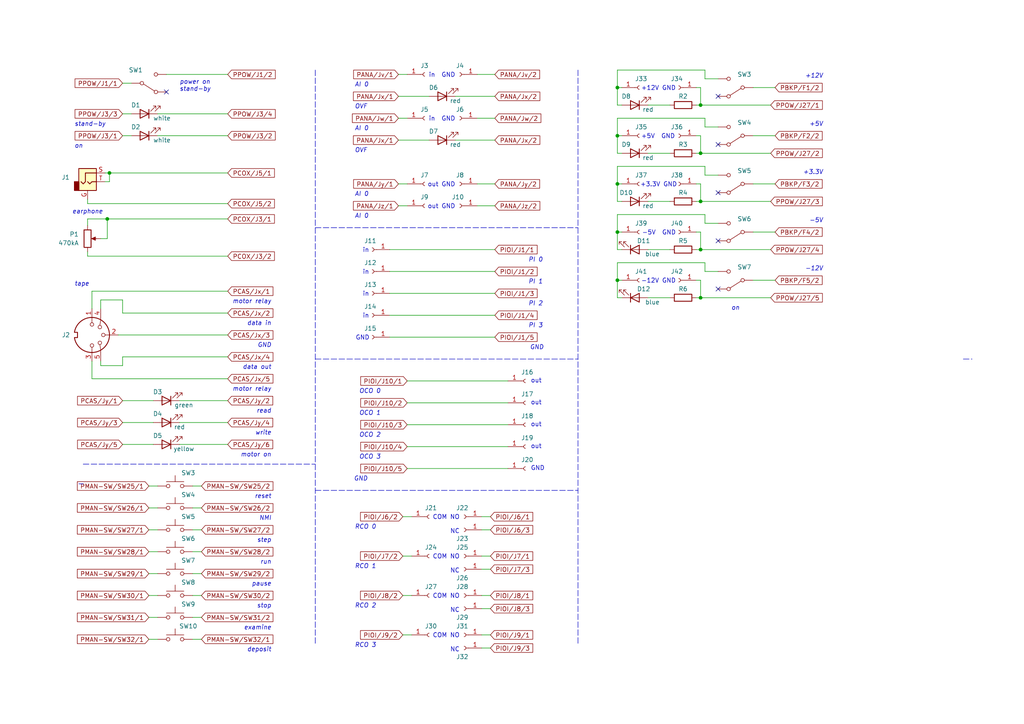
<source format=kicad_sch>
(kicad_sch (version 20211123) (generator eeschema)
  (paper "A4")
  (title_block (title "Front panel") (date "2025-11-15") (rev "1.0") (company "Pozsar Zsolt") (comment 1 "Zacchaeus Microcomputer"))
  (lib_symbols
    (symbol "Connector:AudioJack2_Ground"
      (property "Reference" "J" (at 0 8.89 0))
      (property "Value" "AudioJack2_Ground" (at 0 6.35 0))
      (symbol "AudioJack2_Ground_0_1"
        (rectangle (start -2.54 -2.54) (end -3.81 0) (stroke (width 0.254)) (fill (type outline)))
        (polyline (pts (xy 0 0) (xy 0.635 -0.635) (xy 1.27 0) (xy 2.54 0)) (stroke (width 0.254)))
        (polyline (pts (xy 2.54 2.54) (xy -0.635 2.54) (xy -0.635 0) (xy -1.27 -0.635) (xy -1.905 0)) (stroke (width 0.254)))
        (rectangle (start 2.54 3.81) (end -2.54 -2.54) (stroke (width 0.254)) (fill (type background)))
      )
      (symbol "AudioJack2_Ground_1_1"
        (pin passive line (at 0 -5.08 90) (length 2.54) (name "~") (number "G"))
        (pin passive line (at 5.08 2.54 180) (length 2.54) (name "~") (number "S"))
        (pin passive line (at 5.08 0 180) (length 2.54) (name "~") (number "T"))
      )
    )
    (symbol "Connector:Conn_01x01_Female" (pin_names (offset 1.016) hide)
      (property "Reference" "J" (at 0 2.54 0))
      (property "Value" "Conn_01x01_Female" (at 0 -2.54 0))
      (symbol "Conn_01x01_Female_1_1"
        (polyline (pts (xy -1.27 0) (xy -0.508 0)) (stroke (width 0.1524)))
        (arc (start 0 0.508) (mid -0.508 0) (end 0 -0.508) (stroke (width 0.1524)))
        (pin passive line (at -5.08 0 0) (length 3.81) (name "Pin_1") (number "1"))
      )
    )
    (symbol "Connector:DIN-5_180degree" (pin_names (offset 1.016))
      (property "Reference" "J" (at 3.175 5.715 0))
      (property "Value" "DIN-5_180degree" (at 0 -6.35 0))
      (symbol "DIN-5_180degree_0_1"
        (arc (start -5.08 0) (mid -3.8609 -3.3364) (end -0.762 -5.08) (stroke (width 0.254)))
        (circle (center -3.048 0) (radius 0.508))
        (circle (center -2.286 2.286) (radius 0.508))
        (polyline (pts (xy -5.08 0) (xy -3.556 0)))
        (polyline (pts (xy 0 5.08) (xy 0 3.81)))
        (polyline (pts (xy 5.08 0) (xy 3.556 0)))
        (polyline (pts (xy -5.08 2.54) (xy -4.318 2.54) (xy -2.794 2.286)))
        (polyline (pts (xy 5.08 2.54) (xy 4.318 2.54) (xy 2.794 2.286)))
        (polyline (pts (xy -0.762 -4.953) (xy -0.762 -4.191) (xy 0.762 -4.191) (xy 0.762 -4.953)) (stroke (width 0.254)))
        (circle (center 0 3.302) (radius 0.508))
        (arc (start 0.762 -5.08) (mid 3.8685 -3.343) (end 5.08 0) (stroke (width 0.254)))
        (circle (center 2.286 2.286) (radius 0.508))
        (circle (center 3.048 0) (radius 0.508))
        (arc (start 5.08 0) (mid 0 5.08) (end -5.08 0) (stroke (width 0.254)))
      )
      (symbol "DIN-5_180degree_1_1"
        (pin passive line (at -7.62 0 0) (length 2.54) (name "~") (number "1"))
        (pin passive line (at 0 7.62 270) (length 2.54) (name "~") (number "2"))
        (pin passive line (at 7.62 0 180) (length 2.54) (name "~") (number "3"))
        (pin passive line (at -7.62 2.54 0) (length 2.54) (name "~") (number "4"))
        (pin passive line (at 7.62 2.54 180) (length 2.54) (name "~") (number "5"))
      )
    )
    (symbol "Device:LED" (pin_numbers hide) (pin_names (offset 1.016) hide)
      (property "Reference" "D" (at 0 2.54 0))
      (property "Value" "LED" (at 0 -2.54 0))
      (symbol "LED_0_1"
        (polyline (pts (xy -1.27 -1.27) (xy -1.27 1.27)) (stroke (width 0.254)))
        (polyline (pts (xy -1.27 0) (xy 1.27 0)))
        (polyline (pts (xy 1.27 -1.27) (xy 1.27 1.27) (xy -1.27 0) (xy 1.27 -1.27)) (stroke (width 0.254)))
        (polyline (pts (xy -3.048 -0.762) (xy -4.572 -2.286) (xy -3.81 -2.286) (xy -4.572 -2.286) (xy -4.572 -1.524)))
        (polyline (pts (xy -1.778 -0.762) (xy -3.302 -2.286) (xy -2.54 -2.286) (xy -3.302 -2.286) (xy -3.302 -1.524)))
      )
      (symbol "LED_1_1"
        (pin passive line (at -3.81 0 0) (length 2.54) (name "K") (number "1"))
        (pin passive line (at 3.81 0 180) (length 2.54) (name "A") (number "2"))
      )
    )
    (symbol "Device:R" (pin_numbers hide) (pin_names (offset 0))
      (property "Reference" "R" (at 2.032 0 90))
      (property "Value" "R" (at 0 0 90))
      (symbol "R_0_1"
        (rectangle (start -1.016 -2.54) (end 1.016 2.54) (stroke (width 0.254)))
      )
      (symbol "R_1_1"
        (pin passive line (at 0 3.81 270) (length 1.27) (name "~") (number "1"))
        (pin passive line (at 0 -3.81 90) (length 1.27) (name "~") (number "2"))
      )
    )
    (symbol "Device:R_Potentiometer" (pin_numbers hide) (pin_names (offset 1.016) hide)
      (property "Reference" "RV" (at -4.445 0 90))
      (property "Value" "R_Potentiometer" (at -2.54 0 90))
      (symbol "R_Potentiometer_0_1"
        (polyline (pts (xy 2.54 0) (xy 1.524 0)))
        (polyline (pts (xy 1.143 0) (xy 2.286 0.508) (xy 2.286 -0.508) (xy 1.143 0)) (fill (type outline)))
        (rectangle (start 1.016 2.54) (end -1.016 -2.54) (stroke (width 0.254)))
      )
      (symbol "R_Potentiometer_1_1"
        (pin passive line (at 0 3.81 270) (length 1.27) (name "1") (number "1"))
        (pin passive line (at 3.81 0 180) (length 1.27) (name "2") (number "2"))
        (pin passive line (at 0 -3.81 90) (length 1.27) (name "3") (number "3"))
      )
    )
    (symbol "SW_SPDT_1" (pin_numbers hide) (pin_names (offset 0) hide)
      (property "Reference" "SW" (at 0 4.318 0))
      (property "Value" "SW_SPDT_1" (at 0 -5.08 0))
      (symbol "SW_SPDT_1_0_0"
        (circle (center -2.032 0) (radius 0.508))
        (circle (center 2.032 -2.54) (radius 0.508))
      )
      (symbol "SW_SPDT_1_0_1"
        (polyline (pts (xy -1.524 0.254) (xy 1.651 2.286)))
        (circle (center 2.032 2.54) (radius 0.508))
      )
      (symbol "SW_SPDT_1_1_1"
        (pin passive line (at 5.08 2.54 180) (length 2.54) (name "A") (number "1"))
        (pin passive line (at -5.08 0 0) (length 2.54) (name "B") (number "2"))
        (pin passive line (at 5.08 -2.54 180) (length 2.54) (name "C") (number "3"))
      )
    )
    (symbol "Switch:SW_Push" (pin_numbers hide) (pin_names (offset 1.016) hide)
      (property "Reference" "SW" (at 1.27 2.54 0))
      (property "Value" "SW_Push" (at 0 -1.524 0))
      (symbol "SW_Push_0_1"
        (circle (center -2.032 0) (radius 0.508))
        (polyline (pts (xy 0 1.27) (xy 0 3.048)))
        (polyline (pts (xy 2.54 1.27) (xy -2.54 1.27)))
        (circle (center 2.032 0) (radius 0.508))
        (pin passive line (at -5.08 0 0) (length 2.54) (name "1") (number "1"))
        (pin passive line (at 5.08 0 180) (length 2.54) (name "2") (number "2"))
      )
    )
    (symbol "Switch:SW_SPDT" (pin_numbers hide) (pin_names (offset 0) hide)
      (property "Reference" "SW" (at 0 4.318 0))
      (property "Value" "SW_SPDT" (at 0 -5.08 0))
      (symbol "SW_SPDT_0_0"
        (circle (center -2.032 0) (radius 0.508))
        (circle (center 2.032 -2.54) (radius 0.508))
      )
      (symbol "SW_SPDT_0_1"
        (polyline (pts (xy -1.524 0.254) (xy 1.651 2.286)))
        (circle (center 2.032 2.54) (radius 0.508))
      )
      (symbol "SW_SPDT_1_1"
        (pin passive line (at 5.08 2.54 180) (length 2.54) (name "A") (number "1"))
        (pin passive line (at -5.08 0 0) (length 2.54) (name "B") (number "2"))
        (pin passive line (at 5.08 -2.54 180) (length 2.54) (name "C") (number "3"))
      )
    )
  )
  (junction (at 203.2 58.42))
  (junction (at 179.07 81.28))
  (junction (at 179.07 67.31))
  (junction (at 203.2 72.39))
  (junction (at 179.07 53.34))
  (junction (at 203.2 30.48))
  (junction (at 179.07 39.37))
  (junction (at 31.115 63.5))
  (junction (at 31.75 50.165))
  (junction (at 203.2 86.36))
  (junction (at 203.2 44.45))
  (junction (at 179.07 25.4))
  (no_connect (at 48.26 26.67))
  (no_connect (at 208.28 83.82))
  (no_connect (at 208.28 55.88))
  (no_connect (at 208.28 27.94))
  (no_connect (at 208.28 41.91))
  (no_connect (at 208.28 69.85))
  (wire (pts (xy 203.2 25.4) (xy 203.2 30.48)))
  (polyline (pts (xy 91.44 20.32) (xy 91.44 186.69)))
  (wire (pts (xy 35.56 90.805) (xy 66.04 90.805)))
  (wire (pts (xy 179.07 20.32) (xy 179.07 25.4)))
  (wire (pts (xy 179.07 53.34) (xy 179.07 58.42)))
  (wire (pts (xy 204.47 48.26) (xy 204.47 50.8)))
  (wire (pts (xy 180.34 25.4) (xy 179.07 25.4)))
  (wire (pts (xy 113.03 91.44) (xy 143.51 91.44)))
  (wire (pts (xy 179.07 81.28) (xy 179.07 86.36)))
  (wire (pts (xy 179.07 48.26) (xy 179.07 53.34)))
  (wire (pts (xy 147.32 116.84) (xy 118.11 116.84)))
  (wire (pts (xy 55.88 185.42) (xy 58.42 185.42)))
  (wire (pts (xy 31.115 63.5) (xy 31.115 69.215)))
  (wire (pts (xy 29.21 89.535) (xy 29.21 86.995)))
  (wire (pts (xy 204.47 36.83) (xy 208.28 36.83)))
  (wire (pts (xy 204.47 76.2) (xy 204.47 78.74)))
  (polyline (pts (xy 24.13 134.62) (xy 91.44 134.62)))
  (wire (pts (xy 35.56 33.02) (xy 38.1 33.02)))
  (wire (pts (xy 204.47 78.74) (xy 208.28 78.74)))
  (wire (pts (xy 25.4 57.785) (xy 25.4 59.055)))
  (wire (pts (xy 143.51 21.59) (xy 138.43 21.59)))
  (wire (pts (xy 48.26 21.59) (xy 66.04 21.59)))
  (wire (pts (xy 201.93 39.37) (xy 203.2 39.37)))
  (wire (pts (xy 55.88 160.02) (xy 58.42 160.02)))
  (wire (pts (xy 204.47 64.77) (xy 208.28 64.77)))
  (wire (pts (xy 179.07 34.29) (xy 179.07 39.37)))
  (wire (pts (xy 187.96 30.48) (xy 194.31 30.48)))
  (wire (pts (xy 35.56 103.505) (xy 35.56 106.045)))
  (wire (pts (xy 113.03 72.39) (xy 143.51 72.39)))
  (wire (pts (xy 179.07 76.2) (xy 179.07 81.28)))
  (wire (pts (xy 132.08 40.64) (xy 143.51 40.64)))
  (wire (pts (xy 218.44 39.37) (xy 224.79 39.37)))
  (wire (pts (xy 142.24 153.67) (xy 139.7 153.67)))
  (wire (pts (xy 55.88 140.97) (xy 58.42 140.97)))
  (wire (pts (xy 26.67 84.455) (xy 66.04 84.455)))
  (wire (pts (xy 55.88 153.67) (xy 58.42 153.67)))
  (wire (pts (xy 203.2 44.45) (xy 201.93 44.45)))
  (wire (pts (xy 201.93 25.4) (xy 203.2 25.4)))
  (wire (pts (xy 43.18 185.42) (xy 45.72 185.42)))
  (wire (pts (xy 179.07 48.26) (xy 204.47 48.26)))
  (wire (pts (xy 179.07 25.4) (xy 179.07 30.48)))
  (wire (pts (xy 147.32 110.49) (xy 118.11 110.49)))
  (wire (pts (xy 204.47 34.29) (xy 204.47 36.83)))
  (wire (pts (xy 55.88 179.07) (xy 58.42 179.07)))
  (wire (pts (xy 201.93 53.34) (xy 203.2 53.34)))
  (wire (pts (xy 180.34 39.37) (xy 179.07 39.37)))
  (wire (pts (xy 179.07 20.32) (xy 204.47 20.32)))
  (wire (pts (xy 179.07 86.36) (xy 180.34 86.36)))
  (wire (pts (xy 119.38 184.15) (xy 116.84 184.15)))
  (wire (pts (xy 142.24 165.1) (xy 139.7 165.1)))
  (wire (pts (xy 180.34 53.34) (xy 179.07 53.34)))
  (wire (pts (xy 34.29 97.155) (xy 66.04 97.155)))
  (wire (pts (xy 147.32 123.19) (xy 118.11 123.19)))
  (wire (pts (xy 35.56 103.505) (xy 66.04 103.505)))
  (wire (pts (xy 26.67 84.455) (xy 26.67 89.535)))
  (polyline (pts (xy 91.44 66.04) (xy 167.64 66.04)))
  (wire (pts (xy 29.21 69.215) (xy 31.115 69.215)))
  (wire (pts (xy 203.2 72.39) (xy 201.93 72.39)))
  (wire (pts (xy 43.18 172.72) (xy 45.72 172.72)))
  (wire (pts (xy 179.07 62.23) (xy 179.07 67.31)))
  (polyline (pts (xy 22.86 140.335) (xy 24.13 140.335)))
  (wire (pts (xy 118.11 53.34) (xy 115.57 53.34)))
  (wire (pts (xy 179.07 39.37) (xy 179.07 44.45)))
  (wire (pts (xy 115.57 40.64) (xy 124.46 40.64)))
  (wire (pts (xy 179.07 30.48) (xy 180.34 30.48)))
  (wire (pts (xy 113.03 85.09) (xy 143.51 85.09)))
  (wire (pts (xy 143.51 34.29) (xy 138.43 34.29)))
  (wire (pts (xy 203.2 53.34) (xy 203.2 58.42)))
  (wire (pts (xy 203.2 39.37) (xy 203.2 44.45)))
  (wire (pts (xy 203.2 86.36) (xy 223.52 86.36)))
  (wire (pts (xy 35.56 122.555) (xy 44.45 122.555)))
  (wire (pts (xy 31.75 50.165) (xy 66.04 50.165)))
  (wire (pts (xy 142.24 184.15) (xy 139.7 184.15)))
  (wire (pts (xy 180.34 81.28) (xy 179.07 81.28)))
  (wire (pts (xy 187.96 72.39) (xy 194.31 72.39)))
  (wire (pts (xy 187.96 44.45) (xy 194.31 44.45)))
  (wire (pts (xy 45.72 39.37) (xy 66.04 39.37)))
  (wire (pts (xy 55.88 166.37) (xy 58.42 166.37)))
  (wire (pts (xy 118.11 59.69) (xy 115.57 59.69)))
  (wire (pts (xy 142.24 176.53) (xy 139.7 176.53)))
  (wire (pts (xy 142.24 161.29) (xy 139.7 161.29)))
  (wire (pts (xy 179.07 67.31) (xy 179.07 72.39)))
  (wire (pts (xy 45.72 33.02) (xy 66.04 33.02)))
  (wire (pts (xy 179.07 44.45) (xy 180.34 44.45)))
  (wire (pts (xy 142.24 187.96) (xy 139.7 187.96)))
  (wire (pts (xy 143.51 53.34) (xy 138.43 53.34)))
  (wire (pts (xy 113.03 78.74) (xy 143.51 78.74)))
  (wire (pts (xy 25.4 65.405) (xy 25.4 63.5)))
  (wire (pts (xy 179.07 58.42) (xy 180.34 58.42)))
  (wire (pts (xy 29.21 104.775) (xy 29.21 106.045)))
  (wire (pts (xy 147.32 135.89) (xy 118.11 135.89)))
  (wire (pts (xy 43.18 147.32) (xy 45.72 147.32)))
  (wire (pts (xy 179.07 72.39) (xy 180.34 72.39)))
  (wire (pts (xy 203.2 30.48) (xy 223.52 30.48)))
  (wire (pts (xy 203.2 58.42) (xy 201.93 58.42)))
  (polyline (pts (xy 91.44 142.24) (xy 167.64 142.24)))
  (wire (pts (xy 35.56 86.995) (xy 35.56 90.805)))
  (wire (pts (xy 35.56 39.37) (xy 38.1 39.37)))
  (wire (pts (xy 218.44 25.4) (xy 224.79 25.4)))
  (wire (pts (xy 31.75 52.705) (xy 31.75 50.165)))
  (wire (pts (xy 30.48 52.705) (xy 31.75 52.705)))
  (wire (pts (xy 25.4 59.055) (xy 66.04 59.055)))
  (wire (pts (xy 203.2 72.39) (xy 223.52 72.39)))
  (wire (pts (xy 35.56 128.905) (xy 44.45 128.905)))
  (polyline (pts (xy 279.4 104.14) (xy 281.94 104.14)))
  (wire (pts (xy 143.51 59.69) (xy 138.43 59.69)))
  (wire (pts (xy 26.67 104.775) (xy 26.67 109.855)))
  (wire (pts (xy 179.07 76.2) (xy 204.47 76.2)))
  (polyline (pts (xy 167.64 20.32) (xy 167.64 186.69)))
  (wire (pts (xy 113.03 97.79) (xy 143.51 97.79)))
  (wire (pts (xy 52.07 128.905) (xy 66.04 128.905)))
  (wire (pts (xy 29.21 86.995) (xy 35.56 86.995)))
  (wire (pts (xy 43.18 153.67) (xy 45.72 153.67)))
  (wire (pts (xy 203.2 67.31) (xy 203.2 72.39)))
  (wire (pts (xy 26.67 109.855) (xy 66.04 109.855)))
  (wire (pts (xy 224.79 81.28) (xy 218.44 81.28)))
  (wire (pts (xy 204.47 62.23) (xy 204.47 64.77)))
  (wire (pts (xy 43.18 166.37) (xy 45.72 166.37)))
  (wire (pts (xy 43.18 160.02) (xy 45.72 160.02)))
  (wire (pts (xy 52.07 122.555) (xy 66.04 122.555)))
  (wire (pts (xy 118.11 21.59) (xy 115.57 21.59)))
  (wire (pts (xy 142.24 149.86) (xy 139.7 149.86)))
  (wire (pts (xy 179.07 34.29) (xy 204.47 34.29)))
  (wire (pts (xy 179.07 62.23) (xy 204.47 62.23)))
  (wire (pts (xy 142.24 172.72) (xy 139.7 172.72)))
  (wire (pts (xy 204.47 20.32) (xy 204.47 22.86)))
  (wire (pts (xy 29.21 106.045) (xy 35.56 106.045)))
  (wire (pts (xy 187.96 58.42) (xy 194.31 58.42)))
  (wire (pts (xy 203.2 81.28) (xy 203.2 86.36)))
  (wire (pts (xy 204.47 22.86) (xy 208.28 22.86)))
  (wire (pts (xy 223.52 44.45) (xy 203.2 44.45)))
  (wire (pts (xy 201.93 67.31) (xy 203.2 67.31)))
  (wire (pts (xy 187.96 86.36) (xy 194.31 86.36)))
  (wire (pts (xy 35.56 24.13) (xy 38.1 24.13)))
  (wire (pts (xy 66.04 74.295) (xy 25.4 74.295)))
  (wire (pts (xy 43.18 140.97) (xy 45.72 140.97)))
  (wire (pts (xy 119.38 161.29) (xy 116.84 161.29)))
  (wire (pts (xy 119.38 172.72) (xy 116.84 172.72)))
  (wire (pts (xy 31.115 63.5) (xy 66.04 63.5)))
  (wire (pts (xy 203.2 30.48) (xy 201.93 30.48)))
  (wire (pts (xy 132.08 27.94) (xy 143.51 27.94)))
  (wire (pts (xy 218.44 67.31) (xy 224.79 67.31)))
  (wire (pts (xy 25.4 74.295) (xy 25.4 73.025)))
  (wire (pts (xy 119.38 149.86) (xy 116.84 149.86)))
  (polyline (pts (xy 91.44 104.14) (xy 167.64 104.14)))
  (wire (pts (xy 31.75 50.165) (xy 30.48 50.165)))
  (wire (pts (xy 115.57 27.94) (xy 124.46 27.94)))
  (wire (pts (xy 55.88 147.32) (xy 58.42 147.32)))
  (wire (pts (xy 203.2 86.36) (xy 201.93 86.36)))
  (wire (pts (xy 204.47 50.8) (xy 208.28 50.8)))
  (wire (pts (xy 180.34 67.31) (xy 179.07 67.31)))
  (wire (pts (xy 25.4 63.5) (xy 31.115 63.5)))
  (wire (pts (xy 43.18 179.07) (xy 45.72 179.07)))
  (wire (pts (xy 203.2 58.42) (xy 223.52 58.42)))
  (wire (pts (xy 218.44 53.34) (xy 224.79 53.34)))
  (wire (pts (xy 147.32 129.54) (xy 118.11 129.54)))
  (wire (pts (xy 201.93 81.28) (xy 203.2 81.28)))
  (wire (pts (xy 55.88 172.72) (xy 58.42 172.72)))
  (wire (pts (xy 35.56 116.205) (xy 44.45 116.205)))
  (wire (pts (xy 118.11 34.29) (xy 115.57 34.29)))
  (wire (pts (xy 52.07 116.205) (xy 66.04 116.205)))
  (text "OVF" (at 102.87 44.45 0) (effects (font (size 1.27 1.27) italic) (justify left bottom)))
  (text "-5V" (at 238.76 64.77 180) (effects (font (size 1.27 1.27) italic) (justify right bottom)))
  (text "power on\nstand-by" (at 52.07 26.67 0) (effects (font (size 1.27 1.27) italic) (justify left bottom)))
  (text "COM NO\n\n    NC" (at 133.35 177.8 180) (effects (font (size 1.27 1.27)) (justify right bottom)))
  (text "-12V" (at 238.76 78.74 180) (effects (font (size 1.27 1.27) italic) (justify right bottom)))
  (text "out GND" (at 132.08 60.706 180) (effects (font (size 1.27 1.27)) (justify right bottom)))
  (text "RCO 3" (at 102.87 187.96 0) (effects (font (size 1.27 1.27) italic) (justify left bottom)))
  (text "GND" (at 78.74 100.965 180) (effects (font (size 1.27 1.27) italic) (justify right bottom)))
  (text "in" (at 105.156 79.756 0) (effects (font (size 1.27 1.27)) (justify left bottom)))
  (text "PI 0" (at 157.48 76.2 180) (effects (font (size 1.27 1.27) italic) (justify right bottom)))
  (text "examine" (at 78.74 182.88 180) (effects (font (size 1.27 1.27) italic) (justify right bottom)))
  (text "PI 1" (at 157.48 82.55 180) (effects (font (size 1.27 1.27) italic) (justify right bottom)))
  (text "COM NO\n\n    NC" (at 133.35 189.23 180) (effects (font (size 1.27 1.27)) (justify right bottom)))
  (text "in  GND" (at 132.08 22.606 180) (effects (font (size 1.27 1.27)) (justify right bottom)))
  (text "GND" (at 153.924 136.652 0) (effects (font (size 1.27 1.27)) (justify left bottom)))
  (text "read" (at 78.74 120.015 180) (effects (font (size 1.27 1.27) italic) (justify right bottom)))
  (text "motor on" (at 78.74 132.715 180) (effects (font (size 1.27 1.27) italic) (justify right bottom)))
  (text "in" (at 105.156 73.406 0) (effects (font (size 1.27 1.27)) (justify left bottom)))
  (text "OCO 0" (at 104.14 114.3 0) (effects (font (size 1.27 1.27) italic) (justify left bottom)))
  (text "AI 0" (at 102.87 38.1 0) (effects (font (size 1.27 1.27) italic) (justify left bottom)))
  (text "RCO 1" (at 102.87 165.1 0) (effects (font (size 1.27 1.27) italic) (justify left bottom)))
  (text "earphone" (at 20.955 62.23 0) (effects (font (size 1.27 1.27) italic) (justify left bottom)))
  (text "AI 0" (at 102.87 25.4 0) (effects (font (size 1.27 1.27) italic) (justify left bottom)))
  (text "+5V  GND" (at 185.928 40.386 0) (effects (font (size 1.27 1.27)) (justify left bottom)))
  (text "on" (at 212.09 90.17 0) (effects (font (size 1.27 1.27) italic) (justify left bottom)))
  (text "deposit" (at 78.74 189.23 180) (effects (font (size 1.27 1.27) italic) (justify right bottom)))
  (text "AI 0" (at 102.87 63.5 0) (effects (font (size 1.27 1.27) italic) (justify left bottom)))
  (text "AI 0" (at 102.87 57.15 0) (effects (font (size 1.27 1.27) italic) (justify left bottom)))
  (text "+12V" (at 238.76 22.86 180) (effects (font (size 1.27 1.27) italic) (justify right bottom)))
  (text "in  GND" (at 132.08 35.306 180) (effects (font (size 1.27 1.27)) (justify right bottom)))
  (text "PI 2" (at 157.48 88.9 180) (effects (font (size 1.27 1.27) italic) (justify right bottom)))
  (text "reset" (at 78.74 144.78 180) (effects (font (size 1.27 1.27) italic) (justify right bottom)))
  (text "+3.3V" (at 238.76 50.8 180) (effects (font (size 1.27 1.27) italic) (justify right bottom)))
  (text "pause" (at 78.74 170.18 180) (effects (font (size 1.27 1.27) italic) (justify right bottom)))
  (text "motor relay" (at 78.74 88.265 180) (effects (font (size 1.27 1.27) italic) (justify right bottom)))
  (text "COM NO\n\n    NC" (at 133.35 166.37 180) (effects (font (size 1.27 1.27)) (justify right bottom)))
  (text "COM NO\n\n    NC" (at 133.35 154.94 180) (effects (font (size 1.27 1.27)) (justify right bottom)))
  (text "-12V GND" (at 185.928 82.296 0) (effects (font (size 1.27 1.27)) (justify left bottom)))
  (text "out" (at 153.924 111.252 0) (effects (font (size 1.27 1.27)) (justify left bottom)))
  (text "out" (at 153.924 130.302 0) (effects (font (size 1.27 1.27)) (justify left bottom)))
  (text "+12V GND" (at 185.928 26.416 0) (effects (font (size 1.27 1.27)) (justify left bottom)))
  (text "stop" (at 78.74 176.53 180) (effects (font (size 1.27 1.27) italic) (justify right bottom)))
  (text "NMI" (at 78.74 151.13 180) (effects (font (size 1.27 1.27) italic) (justify right bottom)))
  (text "RCO 0" (at 102.87 153.67 0) (effects (font (size 1.27 1.27) italic) (justify left bottom)))
  (text "write" (at 78.74 126.365 180) (effects (font (size 1.27 1.27) italic) (justify right bottom)))
  (text "on" (at 21.59 43.18 0) (effects (font (size 1.27 1.27) italic) (justify left bottom)))
  (text "run" (at 78.74 163.83 180) (effects (font (size 1.27 1.27) italic) (justify right bottom)))
  (text "out GND" (at 132.08 54.356 180) (effects (font (size 1.27 1.27)) (justify right bottom)))
  (text "out" (at 153.924 117.602 0) (effects (font (size 1.27 1.27)) (justify left bottom)))
  (text "data out" (at 78.74 107.315 180) (effects (font (size 1.27 1.27) italic) (justify right bottom)))
  (text "GND" (at 153.67 101.6 0) (effects (font (size 1.27 1.27) italic) (justify left bottom)))
  (text "GND" (at 106.68 139.7 180) (effects (font (size 1.27 1.27) italic) (justify right bottom)))
  (text "in" (at 105.156 86.106 0) (effects (font (size 1.27 1.27)) (justify left bottom)))
  (text "out" (at 153.924 123.952 0) (effects (font (size 1.27 1.27)) (justify left bottom)))
  (text "tape" (at 21.59 83.185 0) (effects (font (size 1.27 1.27) italic) (justify left bottom)))
  (text "OVF" (at 102.87 31.75 0) (effects (font (size 1.27 1.27) italic) (justify left bottom)))
  (text "RCO 2" (at 102.87 176.53 0) (effects (font (size 1.27 1.27) italic) (justify left bottom)))
  (text "OCO 3" (at 104.14 133.35 0) (effects (font (size 1.27 1.27) italic) (justify left bottom)))
  (text "stand-by" (at 21.59 36.83 0) (effects (font (size 1.27 1.27) italic) (justify left bottom)))
  (text "in" (at 105.156 92.456 0) (effects (font (size 1.27 1.27)) (justify left bottom)))
  (text "data in" (at 78.74 94.615 180) (effects (font (size 1.27 1.27) italic) (justify right bottom)))
  (text "GND" (at 103.124 98.806 0) (effects (font (size 1.27 1.27)) (justify left bottom)))
  (text "motor relay" (at 78.74 113.665 180) (effects (font (size 1.27 1.27) italic) (justify right bottom)))
  (text "step" (at 78.74 157.48 180) (effects (font (size 1.27 1.27) italic) (justify right bottom)))
  (text "+5V" (at 238.76 36.83 180) (effects (font (size 1.27 1.27) italic) (justify right bottom)))
  (text "OCO 2" (at 104.14 127 0) (effects (font (size 1.27 1.27) italic) (justify left bottom)))
  (text "PI 3" (at 157.48 95.25 180) (effects (font (size 1.27 1.27) italic) (justify right bottom)))
  (text "OCO 1" (at 104.14 120.65 0) (effects (font (size 1.27 1.27) italic) (justify left bottom)))
  (text "+3.3V GND" (at 185.674 54.356 0) (effects (font (size 1.27 1.27)) (justify left bottom)))
  (text "-5V  GND" (at 186.182 68.326 0) (effects (font (size 1.27 1.27)) (justify left bottom)))
  (global_label "PCAS{slash}Jx{slash}2" (shape input) (at 66.04 90.805 0) (property "Intersheet References" "${INTERSHEET_REFS}" (effects hide)))
  (global_label "PBKP{slash}F5{slash}2" (shape input) (at 224.79 81.28 0) (property "Intersheet References" "${INTERSHEET_REFS}" (effects hide)))
  (global_label "PCOX{slash}J3{slash}1" (shape input) (at 66.04 63.5 0) (property "Intersheet References" "${INTERSHEET_REFS}" (effects hide)))
  (global_label "PIOI{slash}J9{slash}1" (shape input) (at 142.24 184.15 0) (property "Intersheet References" "${INTERSHEET_REFS}" (effects hide)))
  (global_label "PMAN-SW{slash}SW27{slash}2" (shape input) (at 58.42 153.67 0) (property "Intersheet References" "${INTERSHEET_REFS}" (effects hide)))
  (global_label "PPOW{slash}J27{slash}2" (shape input) (at 223.52 44.45 0) (property "Intersheet References" "${INTERSHEET_REFS}" (effects hide)))
  (global_label "PBKP{slash}F4{slash}2" (shape input) (at 224.79 67.31 0) (property "Intersheet References" "${INTERSHEET_REFS}" (effects hide)))
  (global_label "PBKP{slash}F3{slash}2" (shape input) (at 224.79 53.34 0) (property "Intersheet References" "${INTERSHEET_REFS}" (effects hide)))
  (global_label "PMAN-SW{slash}SW26{slash}2" (shape input) (at 58.42 147.32 0) (property "Intersheet References" "${INTERSHEET_REFS}" (effects hide)))
  (global_label "PIOI{slash}J6{slash}3" (shape input) (at 142.24 153.67 0) (property "Intersheet References" "${INTERSHEET_REFS}" (effects hide)))
  (global_label "PIOI{slash}J7{slash}2" (shape input) (at 116.84 161.29 180) (property "Intersheet References" "${INTERSHEET_REFS}" (effects hide)))
  (global_label "PPOW{slash}J3{slash}1" (shape input) (at 35.56 39.37 180) (property "Intersheet References" "${INTERSHEET_REFS}" (effects hide)))
  (global_label "PCAS{slash}Jx{slash}3" (shape input) (at 66.04 97.155 0) (property "Intersheet References" "${INTERSHEET_REFS}" (effects hide)))
  (global_label "PCOX{slash}J5{slash}2" (shape input) (at 66.04 59.055 0) (property "Intersheet References" "${INTERSHEET_REFS}" (effects hide)))
  (global_label "PMAN-SW{slash}SW28{slash}1" (shape input) (at 43.18 160.02 180) (property "Intersheet References" "${INTERSHEET_REFS}" (effects hide)))
  (global_label "PANA{slash}Jy{slash}1" (shape input) (at 115.57 53.34 180) (property "Intersheet References" "${INTERSHEET_REFS}" (effects hide)))
  (global_label "PANA{slash}Jy{slash}2" (shape input) (at 143.51 53.34 0) (property "Intersheet References" "${INTERSHEET_REFS}" (effects hide)))
  (global_label "PIOI{slash}J7{slash}1" (shape input) (at 142.24 161.29 0) (property "Intersheet References" "${INTERSHEET_REFS}" (effects hide)))
  (global_label "PPOW{slash}J27{slash}1" (shape input) (at 223.52 30.48 0) (property "Intersheet References" "${INTERSHEET_REFS}" (effects hide)))
  (global_label "PMAN-SW{slash}SW30{slash}1" (shape input) (at 43.18 172.72 180) (property "Intersheet References" "${INTERSHEET_REFS}" (effects hide)))
  (global_label "PIOI{slash}J10{slash}5" (shape input) (at 118.11 135.89 180) (property "Intersheet References" "${INTERSHEET_REFS}" (effects hide)))
  (global_label "PCAS{slash}Jx{slash}4" (shape input) (at 66.04 103.505 0) (property "Intersheet References" "${INTERSHEET_REFS}" (effects hide)))
  (global_label "PIOI{slash}J10{slash}4" (shape input) (at 118.11 129.54 180) (property "Intersheet References" "${INTERSHEET_REFS}" (effects hide)))
  (global_label "PCAS{slash}Jy{slash}4" (shape input) (at 66.04 122.555 0) (property "Intersheet References" "${INTERSHEET_REFS}" (effects hide)))
  (global_label "PMAN-SW{slash}SW30{slash}2" (shape input) (at 58.42 172.72 0) (property "Intersheet References" "${INTERSHEET_REFS}" (effects hide)))
  (global_label "PMAN-SW{slash}SW29{slash}2" (shape input) (at 58.42 166.37 0) (property "Intersheet References" "${INTERSHEET_REFS}" (effects hide)))
  (global_label "PCAS{slash}Jy{slash}3" (shape input) (at 35.56 122.555 180) (property "Intersheet References" "${INTERSHEET_REFS}" (effects hide)))
  (global_label "PCAS{slash}Jy{slash}5" (shape input) (at 35.56 128.905 180) (property "Intersheet References" "${INTERSHEET_REFS}" (effects hide)))
  (global_label "PANA{slash}Jz{slash}1" (shape input) (at 115.57 59.69 180) (property "Intersheet References" "${INTERSHEET_REFS}" (effects hide)))
  (global_label "PCOX{slash}J5{slash}1" (shape input) (at 66.04 50.165 0) (property "Intersheet References" "${INTERSHEET_REFS}" (effects hide)))
  (global_label "PBKP{slash}F2{slash}2" (shape input) (at 224.79 39.37 0) (property "Intersheet References" "${INTERSHEET_REFS}" (effects hide)))
  (global_label "PMAN-SW{slash}SW26{slash}1" (shape input) (at 43.18 147.32 180) (property "Intersheet References" "${INTERSHEET_REFS}" (effects hide)))
  (global_label "PIOI{slash}J8{slash}2" (shape input) (at 116.84 172.72 180) (property "Intersheet References" "${INTERSHEET_REFS}" (effects hide)))
  (global_label "PANA{slash}Jx{slash}2" (shape input) (at 143.51 40.64 0) (property "Intersheet References" "${INTERSHEET_REFS}" (effects hide)))
  (global_label "PIOI{slash}J10{slash}1" (shape input) (at 118.11 110.49 180) (property "Intersheet References" "${INTERSHEET_REFS}" (effects hide)))
  (global_label "PCAS{slash}Jx{slash}5" (shape input) (at 66.04 109.855 0) (property "Intersheet References" "${INTERSHEET_REFS}" (effects hide)))
  (global_label "PPOW{slash}J1{slash}2" (shape input) (at 66.04 21.59 0) (property "Intersheet References" "${INTERSHEET_REFS}" (effects hide)))
  (global_label "PIOI{slash}J9{slash}3" (shape input) (at 142.24 187.96 0) (property "Intersheet References" "${INTERSHEET_REFS}" (effects hide)))
  (global_label "PMAN-SW{slash}SW32{slash}1" (shape input) (at 43.18 185.42 180) (property "Intersheet References" "${INTERSHEET_REFS}" (effects hide)))
  (global_label "PIOI{slash}J1{slash}3" (shape input) (at 143.51 85.09 0) (property "Intersheet References" "${INTERSHEET_REFS}" (effects hide)))
  (global_label "PMAN-SW{slash}SW28{slash}2" (shape input) (at 58.42 160.02 0) (property "Intersheet References" "${INTERSHEET_REFS}" (effects hide)))
  (global_label "PIOI{slash}J6{slash}2" (shape input) (at 116.84 149.86 180) (property "Intersheet References" "${INTERSHEET_REFS}" (effects hide)))
  (global_label "PIOI{slash}J8{slash}3" (shape input) (at 142.24 176.53 0) (property "Intersheet References" "${INTERSHEET_REFS}" (effects hide)))
  (global_label "PANA{slash}Jx{slash}1" (shape input) (at 115.57 27.94 180) (property "Intersheet References" "${INTERSHEET_REFS}" (effects hide)))
  (global_label "PIOI{slash}J1{slash}5" (shape input) (at 143.51 97.79 0) (property "Intersheet References" "${INTERSHEET_REFS}" (effects hide)))
  (global_label "PPOW{slash}J3{slash}4" (shape input) (at 66.04 33.02 0) (property "Intersheet References" "${INTERSHEET_REFS}" (effects hide)))
  (global_label "PPOW{slash}J27{slash}5" (shape input) (at 223.52 86.36 0) (property "Intersheet References" "${INTERSHEET_REFS}" (effects hide)))
  (global_label "PPOW{slash}J3{slash}2" (shape input) (at 66.04 39.37 0) (property "Intersheet References" "${INTERSHEET_REFS}" (effects hide)))
  (global_label "PIOI{slash}J1{slash}1" (shape input) (at 143.51 72.39 0) (property "Intersheet References" "${INTERSHEET_REFS}" (effects hide)))
  (global_label "PMAN-SW{slash}SW32{slash}1" (shape input) (at 58.42 185.42 0) (property "Intersheet References" "${INTERSHEET_REFS}" (effects hide)))
  (global_label "PCOX{slash}J3{slash}2" (shape input) (at 66.04 74.295 0) (property "Intersheet References" "${INTERSHEET_REFS}" (effects hide)))
  (global_label "PANA{slash}Jx{slash}1" (shape input) (at 115.57 40.64 180) (property "Intersheet References" "${INTERSHEET_REFS}" (effects hide)))
  (global_label "PMAN-SW{slash}SW31{slash}2" (shape input) (at 58.42 179.07 0) (property "Intersheet References" "${INTERSHEET_REFS}" (effects hide)))
  (global_label "PMAN-SW{slash}SW25{slash}1" (shape input) (at 43.18 140.97 180) (property "Intersheet References" "${INTERSHEET_REFS}" (effects hide)))
  (global_label "PCAS{slash}Jy{slash}2" (shape input) (at 66.04 116.205 0) (property "Intersheet References" "${INTERSHEET_REFS}" (effects hide)))
  (global_label "PMAN-SW{slash}SW25{slash}2" (shape input) (at 58.42 140.97 0) (property "Intersheet References" "${INTERSHEET_REFS}" (effects hide)))
  (global_label "PANA{slash}Jw{slash}2" (shape input) (at 143.51 34.29 0) (property "Intersheet References" "${INTERSHEET_REFS}" (effects hide)))
  (global_label "PIOI{slash}J8{slash}1" (shape input) (at 142.24 172.72 0) (property "Intersheet References" "${INTERSHEET_REFS}" (effects hide)))
  (global_label "PIOI{slash}J1{slash}4" (shape input) (at 143.51 91.44 0) (property "Intersheet References" "${INTERSHEET_REFS}" (effects hide)))
  (global_label "PANA{slash}Jx{slash}2" (shape input) (at 143.51 27.94 0) (property "Intersheet References" "${INTERSHEET_REFS}" (effects hide)))
  (global_label "PBKP{slash}F1{slash}2" (shape input) (at 224.79 25.4 0) (property "Intersheet References" "${INTERSHEET_REFS}" (effects hide)))
  (global_label "PIOI{slash}J10{slash}2" (shape input) (at 118.11 116.84 180) (property "Intersheet References" "${INTERSHEET_REFS}" (effects hide)))
  (global_label "PIOI{slash}J7{slash}3" (shape input) (at 142.24 165.1 0) (property "Intersheet References" "${INTERSHEET_REFS}" (effects hide)))
  (global_label "PCAS{slash}Jx{slash}1" (shape input) (at 66.04 84.455 0) (property "Intersheet References" "${INTERSHEET_REFS}" (effects hide)))
  (global_label "PPOW{slash}J1{slash}1" (shape input) (at 35.56 24.13 180) (property "Intersheet References" "${INTERSHEET_REFS}" (effects hide)))
  (global_label "PIOI{slash}J1{slash}2" (shape input) (at 143.51 78.74 0) (property "Intersheet References" "${INTERSHEET_REFS}" (effects hide)))
  (global_label "PANA{slash}Jv{slash}2" (shape input) (at 143.51 21.59 0) (property "Intersheet References" "${INTERSHEET_REFS}" (effects hide)))
  (global_label "PANA{slash}Jv{slash}1" (shape input) (at 115.57 21.59 180) (property "Intersheet References" "${INTERSHEET_REFS}" (effects hide)))
  (global_label "PPOW{slash}J27{slash}4" (shape input) (at 223.52 72.39 0) (property "Intersheet References" "${INTERSHEET_REFS}" (effects hide)))
  (global_label "PANA{slash}Jw{slash}1" (shape input) (at 115.57 34.29 180) (property "Intersheet References" "${INTERSHEET_REFS}" (effects hide)))
  (global_label "PMAN-SW{slash}SW29{slash}1" (shape input) (at 43.18 166.37 180) (property "Intersheet References" "${INTERSHEET_REFS}" (effects hide)))
  (global_label "PANA{slash}Jz{slash}2" (shape input) (at 143.51 59.69 0) (property "Intersheet References" "${INTERSHEET_REFS}" (effects hide)))
  (global_label "PPOW{slash}J27{slash}3" (shape input) (at 223.52 58.42 0) (property "Intersheet References" "${INTERSHEET_REFS}" (effects hide)))
  (global_label "PMAN-SW{slash}SW27{slash}1" (shape input) (at 43.18 153.67 180) (property "Intersheet References" "${INTERSHEET_REFS}" (effects hide)))
  (global_label "PCAS{slash}Jy{slash}6" (shape input) (at 66.04 128.905 0) (property "Intersheet References" "${INTERSHEET_REFS}" (effects hide)))
  (global_label "PIOI{slash}J6{slash}1" (shape input) (at 142.24 149.86 0) (property "Intersheet References" "${INTERSHEET_REFS}" (effects hide)))
  (global_label "PCAS{slash}Jy{slash}1" (shape input) (at 35.56 116.205 180) (property "Intersheet References" "${INTERSHEET_REFS}" (effects hide)))
  (global_label "PIOI{slash}J10{slash}3" (shape input) (at 118.11 123.19 180) (property "Intersheet References" "${INTERSHEET_REFS}" (effects hide)))
  (global_label "PMAN-SW{slash}SW31{slash}1" (shape input) (at 43.18 179.07 180) (property "Intersheet References" "${INTERSHEET_REFS}" (effects hide)))
  (global_label "PPOW{slash}J3{slash}3" (shape input) (at 35.56 33.02 180) (property "Intersheet References" "${INTERSHEET_REFS}" (effects hide)))
  (global_label "PIOI{slash}J9{slash}2" (shape input) (at 116.84 184.15 180) (property "Intersheet References" "${INTERSHEET_REFS}" (effects hide)))
  (symbol (lib_id "Connector:Conn_01x01_Female") (at 196.85 39.37 180) (unit 1)
    (property "Reference" "J36" (at 198.12 36.83 0) (effects (justify left)))
    (property "Value" "Conn_01x01_Female" (effects hide))
  )
  (symbol (lib_id "Connector:Conn_01x01_Female") (at 152.4 135.89 0) (mirror x) (unit 1)
    (property "Reference" "J20" (at 151.13 133.35 0) (effects (justify left)))
    (property "Value" "Conn_01x01_Female" (effects hide))
  )
  (symbol (lib_id "Connector:Conn_01x01_Female") (at 134.62 184.15 0) (mirror y) (unit 1)
    (property "Reference" "J31" (at 135.89 181.61 0) (effects (justify left)))
    (property "Value" "Conn_01x01_Female" (effects hide))
  )
  (symbol (lib_id "Device:LED") (at 48.26 116.205 180) (unit 1)
    (property "Reference" "D3" (at 45.72 113.665 0))
    (property "Value" "green" (at 53.34 117.475 0))
  )
  (symbol (lib_id "Device:LED") (at 128.27 40.64 180) (unit 1)
    (property "Reference" "D7" (at 125.73 38.1 0))
    (property "Value" "red" (at 132.08 41.91 0))
  )
  (symbol (lib_name "SW_SPDT_1") (lib_id "Switch:SW_SPDT") (at 43.18 24.13 0) (mirror x) (unit 1)
    (property "Reference" "SW1" (at 39.37 20.32 0))
    (property "Value" "SW_SPDT" (effects hide))
  )
  (symbol (lib_id "Connector:Conn_01x01_Female") (at 196.85 81.28 180) (unit 1)
    (property "Reference" "J42" (at 198.12 78.74 0) (effects (justify left)))
    (property "Value" "Conn_01x01_Female" (effects hide))
  )
  (symbol (lib_id "Device:R_Potentiometer") (at 25.4 69.215 0) (unit 1)
    (property "Reference" "P1" (at 22.86 67.9449 0) (effects (justify right)))
    (property "Value" "470kA" (at 22.86 70.4849 0) (effects (justify right)))
  )
  (symbol (lib_id "Connector:Conn_01x01_Female") (at 107.95 91.44 180) (unit 1)
    (property "Reference" "J14" (at 109.22 88.9 0) (effects (justify left)))
    (property "Value" "Conn_01x01_Female" (effects hide))
  )
  (symbol (lib_id "Connector:Conn_01x01_Female") (at 134.62 172.72 0) (mirror y) (unit 1)
    (property "Reference" "J28" (at 135.89 170.18 0) (effects (justify left)))
    (property "Value" "Conn_01x01_Female" (effects hide))
  )
  (symbol (lib_id "Connector:Conn_01x01_Female") (at 134.62 187.96 0) (mirror y) (unit 1)
    (property "Reference" "J32" (at 135.89 190.5 0) (effects (justify left)))
    (property "Value" "Conn_01x01_Female" (effects hide))
  )
  (symbol (lib_id "Device:R") (at 198.12 44.45 90) (unit 1)
    (property "Reference" "R3" (at 198.12 41.91 90))
    (property "Value" "R" (effects hide))
  )
  (symbol (lib_id "Device:LED") (at 184.15 58.42 180) (unit 1)
    (property "Reference" "D10" (at 181.61 55.88 0))
    (property "Value" "red" (at 187.96 59.69 0))
  )
  (symbol (lib_id "Connector:Conn_01x01_Female") (at 185.42 67.31 0) (unit 1)
    (property "Reference" "J39" (at 184.15 64.77 0) (effects (justify left)))
    (property "Value" "Conn_01x01_Female" (effects hide))
  )
  (symbol (lib_id "Switch:SW_Push") (at 50.8 185.42 0) (unit 1)
    (property "Reference" "SW10" (at 54.61 181.61 0))
    (property "Value" "SW_Push" (effects hide))
  )
  (symbol (lib_id "Connector:Conn_01x01_Female") (at 196.85 53.34 180) (unit 1)
    (property "Reference" "J38" (at 198.12 50.8 0) (effects (justify left)))
    (property "Value" "Conn_01x01_Female" (effects hide))
  )
  (symbol (lib_id "Connector:Conn_01x01_Female") (at 123.19 59.69 0) (mirror x) (unit 1)
    (property "Reference" "J9" (at 121.92 57.15 0) (effects (justify left)))
    (property "Value" "Conn_01x01_Female" (effects hide))
  )
  (symbol (lib_id "Connector:Conn_01x01_Female") (at 185.42 39.37 0) (unit 1)
    (property "Reference" "J35" (at 184.15 36.83 0) (effects (justify left)))
    (property "Value" "Conn_01x01_Female" (effects hide))
  )
  (symbol (lib_id "Switch:SW_Push") (at 50.8 140.97 0) (unit 1)
    (property "Reference" "SW3" (at 54.61 137.16 0))
    (property "Value" "SW_Push" (effects hide))
  )
  (symbol (lib_id "Device:R") (at 198.12 86.36 90) (unit 1)
    (property "Reference" "R6" (at 198.12 83.82 90))
    (property "Value" "R" (effects hide))
  )
  (symbol (lib_id "Connector:Conn_01x01_Female") (at 134.62 149.86 0) (mirror y) (unit 1)
    (property "Reference" "J22" (at 135.89 147.32 0) (effects (justify left)))
    (property "Value" "Conn_01x01_Female" (effects hide))
  )
  (symbol (lib_id "Switch:SW_Push") (at 50.8 147.32 0) (unit 1)
    (property "Reference" "SW4" (at 54.61 143.51 0))
    (property "Value" "SW_Push" (effects hide))
  )
  (symbol (lib_id "Connector:Conn_01x01_Female") (at 196.85 67.31 180) (unit 1)
    (property "Reference" "J40" (at 198.12 64.77 0) (effects (justify left)))
    (property "Value" "Conn_01x01_Female" (effects hide))
  )
  (symbol (lib_id "Connector:Conn_01x01_Female") (at 133.35 34.29 0) (mirror y) (unit 1)
    (property "Reference" "J6" (at 134.62 31.75 0) (effects (justify left)))
    (property "Value" "Conn_01x01_Female" (effects hide))
  )
  (symbol (lib_id "Switch:SW_SPDT") (at 213.36 81.28 180) (unit 1)
    (property "Reference" "SW7" (at 215.9 77.47 0))
    (property "Value" "SW_SPDT" (effects hide))
  )
  (symbol (lib_id "Switch:SW_Push") (at 50.8 179.07 0) (unit 1)
    (property "Reference" "SW9" (at 54.61 175.26 0))
    (property "Value" "SW_Push" (effects hide))
  )
  (symbol (lib_id "Connector:Conn_01x01_Female") (at 152.4 110.49 0) (mirror x) (unit 1)
    (property "Reference" "J16" (at 151.13 107.95 0) (effects (justify left)))
    (property "Value" "Conn_01x01_Female" (effects hide))
  )
  (symbol (lib_id "Device:LED") (at 41.91 33.02 180) (unit 1)
    (property "Reference" "D1" (at 39.37 30.48 0))
    (property "Value" "white" (at 46.99 34.29 0))
  )
  (symbol (lib_id "Connector:DIN-5_180degree") (at 26.67 97.155 270) (unit 1)
    (property "Reference" "J2" (at 20.32 97.155 90) (effects (justify right)))
    (property "Value" "DIN-5_180degree" (effects hide))
    (property "Datasheet" "http://www.mouser.com/ds/2/18/40_c091_abd_e-75918.pdf" (effects hide))
  )
  (symbol (lib_id "Connector:Conn_01x01_Female") (at 134.62 165.1 0) (mirror y) (unit 1)
    (property "Reference" "J26" (at 135.89 167.64 0) (effects (justify left)))
    (property "Value" "Conn_01x01_Female" (effects hide))
  )
  (symbol (lib_id "Switch:SW_SPDT") (at 213.36 25.4 180) (unit 1)
    (property "Reference" "SW3" (at 215.9 21.59 0))
    (property "Value" "SW_SPDT" (effects hide))
  )
  (symbol (lib_id "Device:R") (at 198.12 58.42 90) (unit 1)
    (property "Reference" "R4" (at 198.12 55.88 90))
    (property "Value" "R" (effects hide))
  )
  (symbol (lib_id "Connector:Conn_01x01_Female") (at 196.85 25.4 180) (unit 1)
    (property "Reference" "J34" (at 198.12 22.86 0) (effects (justify left)))
    (property "Value" "Conn_01x01_Female" (effects hide))
  )
  (symbol (lib_id "Connector:Conn_01x01_Female") (at 124.46 149.86 0) (mirror x) (unit 1)
    (property "Reference" "J21" (at 123.19 147.32 0) (effects (justify left)))
    (property "Value" "Conn_01x01_Female" (effects hide))
  )
  (symbol (lib_id "Connector:Conn_01x01_Female") (at 185.42 25.4 0) (unit 1)
    (property "Reference" "J33" (at 184.15 22.86 0) (effects (justify left)))
    (property "Value" "Conn_01x01_Female" (effects hide))
  )
  (symbol (lib_id "Connector:Conn_01x01_Female") (at 123.19 53.34 0) (mirror x) (unit 1)
    (property "Reference" "J7" (at 121.92 50.8 0) (effects (justify left)))
    (property "Value" "Conn_01x01_Female" (effects hide))
  )
  (symbol (lib_id "Connector:Conn_01x01_Female") (at 185.42 53.34 0) (unit 1)
    (property "Reference" "J37" (at 184.15 50.8 0) (effects (justify left)))
    (property "Value" "Conn_01x01_Female" (effects hide))
  )
  (symbol (lib_id "Device:LED") (at 184.15 30.48 180) (unit 1)
    (property "Reference" "D8" (at 181.61 27.94 0))
    (property "Value" "red" (at 187.96 31.75 0))
  )
  (symbol (lib_id "Device:LED") (at 41.91 39.37 180) (unit 1)
    (property "Reference" "D2" (at 39.37 36.83 0))
    (property "Value" "white" (at 46.99 40.64 0))
  )
  (symbol (lib_id "Switch:SW_Push") (at 50.8 166.37 0) (unit 1)
    (property "Reference" "SW7" (at 54.61 162.56 0))
    (property "Value" "SW_Push" (effects hide))
  )
  (symbol (lib_id "Connector:Conn_01x01_Female") (at 134.62 153.67 0) (mirror y) (unit 1)
    (property "Reference" "J23" (at 135.89 156.21 0) (effects (justify left)))
    (property "Value" "Conn_01x01_Female" (effects hide))
  )
  (symbol (lib_id "Device:LED") (at 184.15 44.45 180) (unit 1)
    (property "Reference" "D9" (at 181.61 41.91 0))
    (property "Value" "red" (at 187.96 45.72 0))
  )
  (symbol (lib_id "Connector:Conn_01x01_Female") (at 134.62 176.53 0) (mirror y) (unit 1)
    (property "Reference" "J29" (at 135.89 179.07 0) (effects (justify left)))
    (property "Value" "Conn_01x01_Female" (effects hide))
  )
  (symbol (lib_id "Connector:Conn_01x01_Female") (at 123.19 34.29 0) (mirror x) (unit 1)
    (property "Reference" "J5" (at 121.92 31.75 0) (effects (justify left)))
    (property "Value" "Conn_01x01_Female" (effects hide))
  )
  (symbol (lib_id "Connector:Conn_01x01_Female") (at 185.42 81.28 0) (unit 1)
    (property "Reference" "J41" (at 184.15 78.74 0) (effects (justify left)))
    (property "Value" "Conn_01x01_Female" (effects hide))
  )
  (symbol (lib_id "Device:LED") (at 48.26 128.905 180) (unit 1)
    (property "Reference" "D5" (at 45.72 126.365 0))
    (property "Value" "yellow" (at 53.34 130.175 0))
  )
  (symbol (lib_id "Device:LED") (at 48.26 122.555 180) (unit 1)
    (property "Reference" "D4" (at 45.72 120.015 0))
    (property "Value" "red" (at 52.07 123.825 0))
  )
  (symbol (lib_id "Switch:SW_Push") (at 50.8 172.72 0) (unit 1)
    (property "Reference" "SW8" (at 54.61 168.91 0))
    (property "Value" "SW_Push" (effects hide))
  )
  (symbol (lib_id "Device:LED") (at 184.15 72.39 0) (mirror x) (unit 1)
    (property "Reference" "D11" (at 186.69 69.85 0))
    (property "Value" "blue" (at 189.23 73.66 0))
  )
  (symbol (lib_id "Connector:Conn_01x01_Female") (at 123.19 21.59 0) (mirror x) (unit 1)
    (property "Reference" "J3" (at 121.92 19.05 0) (effects (justify left)))
    (property "Value" "Conn_01x01_Female" (effects hide))
  )
  (symbol (lib_id "Device:LED") (at 128.27 27.94 180) (unit 1)
    (property "Reference" "D6" (at 125.73 25.4 0))
    (property "Value" "red" (at 132.08 29.21 0))
  )
  (symbol (lib_id "Connector:Conn_01x01_Female") (at 107.95 72.39 180) (unit 1)
    (property "Reference" "J11" (at 109.22 69.85 0) (effects (justify left)))
    (property "Value" "Conn_01x01_Female" (effects hide))
  )
  (symbol (lib_id "Connector:Conn_01x01_Female") (at 152.4 116.84 0) (mirror x) (unit 1)
    (property "Reference" "J17" (at 151.13 114.3 0) (effects (justify left)))
    (property "Value" "Conn_01x01_Female" (effects hide))
  )
  (symbol (lib_id "Connector:Conn_01x01_Female") (at 124.46 172.72 0) (mirror x) (unit 1)
    (property "Reference" "J27" (at 123.19 170.18 0) (effects (justify left)))
    (property "Value" "Conn_01x01_Female" (effects hide))
  )
  (symbol (lib_id "Switch:SW_Push") (at 50.8 160.02 0) (unit 1)
    (property "Reference" "SW6" (at 54.61 156.21 0))
    (property "Value" "SW_Push" (effects hide))
  )
  (symbol (lib_id "Device:LED") (at 184.15 86.36 0) (mirror x) (unit 1)
    (property "Reference" "D12" (at 186.69 83.82 0))
    (property "Value" "blue" (at 189.23 87.63 0))
  )
  (symbol (lib_id "Switch:SW_SPDT") (at 213.36 67.31 180) (unit 1)
    (property "Reference" "SW6" (at 215.9 63.5 0))
    (property "Value" "SW_SPDT" (effects hide))
  )
  (symbol (lib_id "Connector:Conn_01x01_Female") (at 133.35 59.69 0) (mirror y) (unit 1)
    (property "Reference" "J10" (at 134.62 57.15 0) (effects (justify left)))
    (property "Value" "Conn_01x01_Female" (effects hide))
  )
  (symbol (lib_id "Connector:Conn_01x01_Female") (at 152.4 129.54 0) (mirror x) (unit 1)
    (property "Reference" "J19" (at 151.13 127 0) (effects (justify left)))
    (property "Value" "Conn_01x01_Female" (effects hide))
  )
  (symbol (lib_id "Device:R") (at 198.12 72.39 90) (unit 1)
    (property "Reference" "R5" (at 198.12 69.85 90))
    (property "Value" "R" (effects hide))
  )
  (symbol (lib_id "Connector:AudioJack2_Ground") (at 25.4 52.705 0) (unit 1)
    (property "Reference" "J1" (at 19.05 51.435 0))
    (property "Value" "AudioJack2_Ground" (effects hide))
  )
  (symbol (lib_id "Connector:Conn_01x01_Female") (at 124.46 184.15 0) (mirror x) (unit 1)
    (property "Reference" "J30" (at 123.19 181.61 0) (effects (justify left)))
    (property "Value" "Conn_01x01_Female" (effects hide))
  )
  (symbol (lib_id "Device:R") (at 198.12 30.48 90) (unit 1)
    (property "Reference" "R2" (at 198.12 27.94 90))
    (property "Value" "R" (effects hide))
  )
  (symbol (lib_id "Switch:SW_Push") (at 50.8 153.67 0) (unit 1)
    (property "Reference" "SW5" (at 54.61 149.86 0))
    (property "Value" "SW_Push" (effects hide))
  )
  (symbol (lib_id "Connector:Conn_01x01_Female") (at 134.62 161.29 0) (mirror y) (unit 1)
    (property "Reference" "J25" (at 135.89 158.75 0) (effects (justify left)))
    (property "Value" "Conn_01x01_Female" (effects hide))
  )
  (symbol (lib_id "Connector:Conn_01x01_Female") (at 152.4 123.19 0) (mirror x) (unit 1)
    (property "Reference" "J18" (at 151.13 120.65 0) (effects (justify left)))
    (property "Value" "Conn_01x01_Female" (effects hide))
  )
  (symbol (lib_id "Connector:Conn_01x01_Female") (at 133.35 21.59 0) (mirror y) (unit 1)
    (property "Reference" "J4" (at 134.62 19.05 0) (effects (justify left)))
    (property "Value" "Conn_01x01_Female" (effects hide))
  )
  (symbol (lib_id "Switch:SW_SPDT") (at 213.36 53.34 180) (unit 1)
    (property "Reference" "SW5" (at 215.9 49.53 0))
    (property "Value" "SW_SPDT" (effects hide))
  )
  (symbol (lib_id "Connector:Conn_01x01_Female") (at 133.35 53.34 0) (mirror y) (unit 1)
    (property "Reference" "J8" (at 134.62 50.8 0) (effects (justify left)))
    (property "Value" "Conn_01x01_Female" (effects hide))
  )
  (symbol (lib_id "Connector:Conn_01x01_Female") (at 107.95 78.74 180) (unit 1)
    (property "Reference" "J12" (at 109.22 76.2 0) (effects (justify left)))
    (property "Value" "Conn_01x01_Female" (effects hide))
  )
  (symbol (lib_id "Connector:Conn_01x01_Female") (at 107.95 85.09 180) (unit 1)
    (property "Reference" "J13" (at 109.22 82.55 0) (effects (justify left)))
    (property "Value" "Conn_01x01_Female" (effects hide))
  )
  (symbol (lib_id "Connector:Conn_01x01_Female") (at 124.46 161.29 0) (mirror x) (unit 1)
    (property "Reference" "J24" (at 123.19 158.75 0) (effects (justify left)))
    (property "Value" "Conn_01x01_Female" (effects hide))
  )
  (symbol (lib_id "Connector:Conn_01x01_Female") (at 107.95 97.79 180) (unit 1)
    (property "Reference" "J15" (at 109.22 95.25 0) (effects (justify left)))
    (property "Value" "Conn_01x01_Female" (effects hide))
  )
  (symbol (lib_id "Switch:SW_SPDT") (at 213.36 39.37 180) (unit 1)
    (property "Reference" "SW4" (at 215.9 35.56 0))
    (property "Value" "SW_SPDT" (effects hide))
  )
)
</source>
